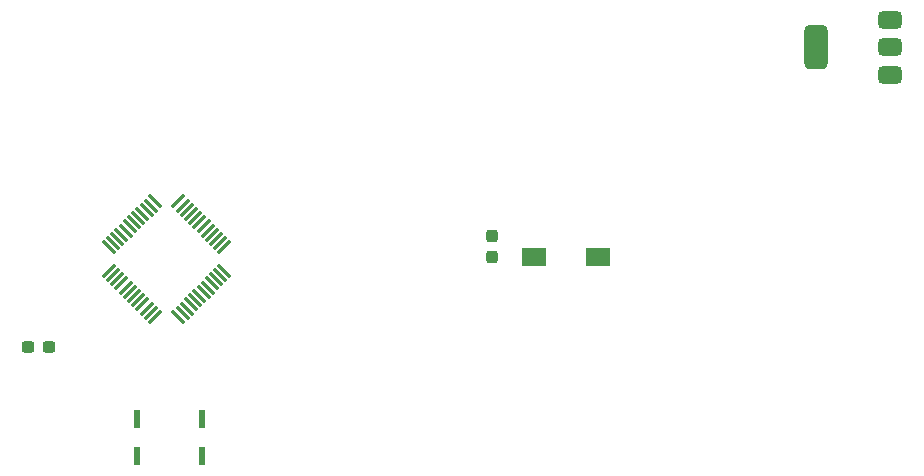
<source format=gbr>
%TF.GenerationSoftware,KiCad,Pcbnew,9.0.3-9.0.3-0~ubuntu24.04.1*%
%TF.CreationDate,2025-10-27T23:52:17-03:00*%
%TF.ProjectId,CargadorDeBaterias_rev2,43617267-6164-46f7-9244-654261746572,rev?*%
%TF.SameCoordinates,Original*%
%TF.FileFunction,Paste,Top*%
%TF.FilePolarity,Positive*%
%FSLAX46Y46*%
G04 Gerber Fmt 4.6, Leading zero omitted, Abs format (unit mm)*
G04 Created by KiCad (PCBNEW 9.0.3-9.0.3-0~ubuntu24.04.1) date 2025-10-27 23:52:17*
%MOMM*%
%LPD*%
G01*
G04 APERTURE LIST*
G04 Aperture macros list*
%AMRoundRect*
0 Rectangle with rounded corners*
0 $1 Rounding radius*
0 $2 $3 $4 $5 $6 $7 $8 $9 X,Y pos of 4 corners*
0 Add a 4 corners polygon primitive as box body*
4,1,4,$2,$3,$4,$5,$6,$7,$8,$9,$2,$3,0*
0 Add four circle primitives for the rounded corners*
1,1,$1+$1,$2,$3*
1,1,$1+$1,$4,$5*
1,1,$1+$1,$6,$7*
1,1,$1+$1,$8,$9*
0 Add four rect primitives between the rounded corners*
20,1,$1+$1,$2,$3,$4,$5,0*
20,1,$1+$1,$4,$5,$6,$7,0*
20,1,$1+$1,$6,$7,$8,$9,0*
20,1,$1+$1,$8,$9,$2,$3,0*%
G04 Aperture macros list end*
%ADD10RoundRect,0.237500X0.300000X0.237500X-0.300000X0.237500X-0.300000X-0.237500X0.300000X-0.237500X0*%
%ADD11RoundRect,0.237500X0.237500X-0.300000X0.237500X0.300000X-0.237500X0.300000X-0.237500X-0.300000X0*%
%ADD12RoundRect,0.075000X0.521491X-0.415425X-0.415425X0.521491X-0.521491X0.415425X0.415425X-0.521491X0*%
%ADD13RoundRect,0.075000X0.521491X0.415425X0.415425X0.521491X-0.521491X-0.415425X-0.415425X-0.521491X0*%
%ADD14RoundRect,0.375000X0.625000X0.375000X-0.625000X0.375000X-0.625000X-0.375000X0.625000X-0.375000X0*%
%ADD15RoundRect,0.500000X0.500000X1.400000X-0.500000X1.400000X-0.500000X-1.400000X0.500000X-1.400000X0*%
%ADD16R,2.000000X1.600000*%
%ADD17R,0.600000X1.500000*%
G04 APERTURE END LIST*
D10*
%TO.C,C16*%
X110012500Y-128950000D03*
X108287500Y-128950000D03*
%TD*%
D11*
%TO.C,C15*%
X147532500Y-121300000D03*
X147532500Y-119575000D03*
%TD*%
D12*
%TO.C,U8*%
X120998788Y-126387876D03*
X121352342Y-126034322D03*
X121705895Y-125680769D03*
X122059449Y-125327215D03*
X122413002Y-124973662D03*
X122766555Y-124620109D03*
X123120109Y-124266555D03*
X123473662Y-123913002D03*
X123827215Y-123559449D03*
X124180769Y-123205895D03*
X124534322Y-122852342D03*
X124887876Y-122498788D03*
D13*
X124887876Y-120501212D03*
X124534322Y-120147658D03*
X124180769Y-119794105D03*
X123827215Y-119440551D03*
X123473662Y-119086998D03*
X123120109Y-118733445D03*
X122766555Y-118379891D03*
X122413002Y-118026338D03*
X122059449Y-117672785D03*
X121705895Y-117319231D03*
X121352342Y-116965678D03*
X120998788Y-116612124D03*
D12*
X119001212Y-116612124D03*
X118647658Y-116965678D03*
X118294105Y-117319231D03*
X117940551Y-117672785D03*
X117586998Y-118026338D03*
X117233445Y-118379891D03*
X116879891Y-118733445D03*
X116526338Y-119086998D03*
X116172785Y-119440551D03*
X115819231Y-119794105D03*
X115465678Y-120147658D03*
X115112124Y-120501212D03*
D13*
X115112124Y-122498788D03*
X115465678Y-122852342D03*
X115819231Y-123205895D03*
X116172785Y-123559449D03*
X116526338Y-123913002D03*
X116879891Y-124266555D03*
X117233445Y-124620109D03*
X117586998Y-124973662D03*
X117940551Y-125327215D03*
X118294105Y-125680769D03*
X118647658Y-126034322D03*
X119001212Y-126387876D03*
%TD*%
D14*
%TO.C,U9*%
X181250000Y-105875000D03*
X181250000Y-103575000D03*
D15*
X174950000Y-103575000D03*
D14*
X181250000Y-101275000D03*
%TD*%
D16*
%TO.C,SW1*%
X156532500Y-121300000D03*
X151132500Y-121300000D03*
%TD*%
D17*
%TO.C,Y2*%
X117500000Y-138150000D03*
X123000000Y-138150000D03*
X123000000Y-135000000D03*
X117500000Y-135000000D03*
%TD*%
M02*

</source>
